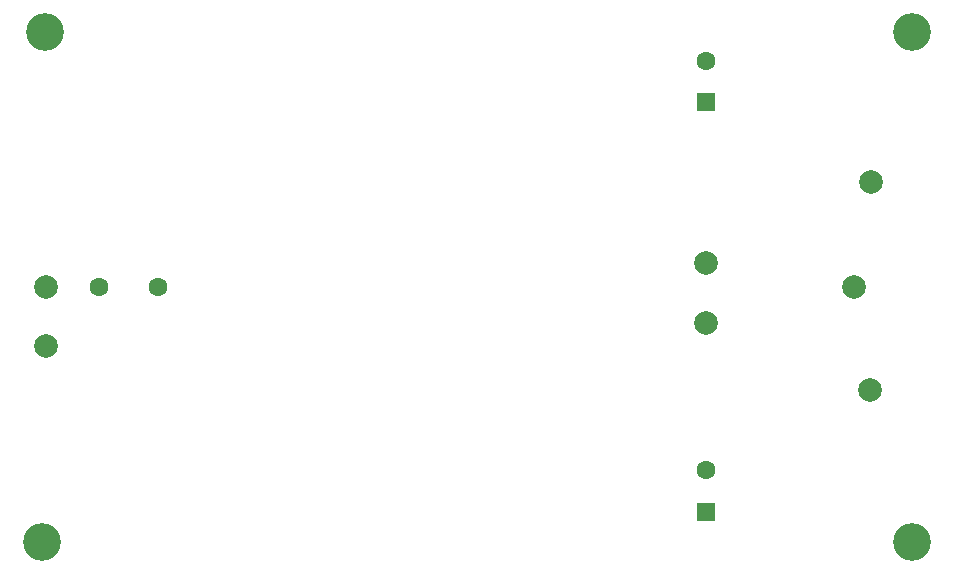
<source format=gbr>
G04 #@! TF.GenerationSoftware,KiCad,Pcbnew,(5.1.10-0-10_14)*
G04 #@! TF.CreationDate,2021-07-29T19:18:23+02:00*
G04 #@! TF.ProjectId,pre-amp-discret,7072652d-616d-4702-9d64-697363726574,rev?*
G04 #@! TF.SameCoordinates,Original*
G04 #@! TF.FileFunction,Soldermask,Bot*
G04 #@! TF.FilePolarity,Negative*
%FSLAX46Y46*%
G04 Gerber Fmt 4.6, Leading zero omitted, Abs format (unit mm)*
G04 Created by KiCad (PCBNEW (5.1.10-0-10_14)) date 2021-07-29 19:18:23*
%MOMM*%
%LPD*%
G01*
G04 APERTURE LIST*
%ADD10C,1.600000*%
%ADD11R,1.600000X1.600000*%
%ADD12C,2.000000*%
%ADD13C,3.200000*%
G04 APERTURE END LIST*
D10*
X182270400Y-137414000D03*
D11*
X182270400Y-140914000D03*
D10*
X182270400Y-102722800D03*
D11*
X182270400Y-106222800D03*
D12*
X194754500Y-121920000D03*
X196215000Y-113030000D03*
X196088000Y-130619500D03*
X182245000Y-124904500D03*
X182245000Y-119888000D03*
X126365000Y-126873000D03*
X126365000Y-121856500D03*
D13*
X126238000Y-100330000D03*
X125984000Y-143510000D03*
X199644000Y-143510000D03*
X199644000Y-100330000D03*
D10*
X130810000Y-121920000D03*
X135810000Y-121920000D03*
M02*

</source>
